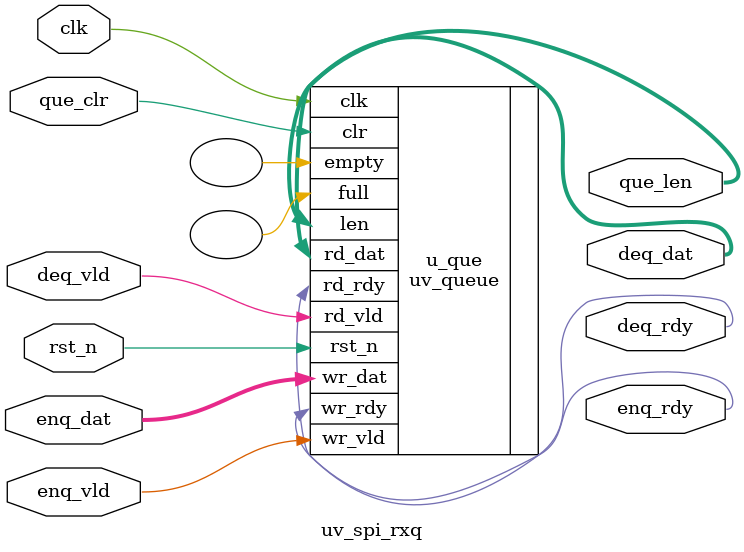
<source format=v>

`timescale 1ns / 1ps

module uv_spi_rxq
#(
    parameter QUE_AW = 3,
    parameter QUE_DP = 2**QUE_AW,
    parameter QUE_DW = 32
)
(
    input                           clk,
    input                           rst_n,

    output                          enq_rdy,
    input                           enq_vld,
    input  [QUE_DW-1:0]             enq_dat,

    output                          deq_rdy,
    input                           deq_vld,
    output [QUE_DW-1:0]             deq_dat,

    input                           que_clr,
    output [QUE_AW:0]               que_len
);

    uv_queue
    #(
        .DAT_WIDTH                  ( QUE_DW            ),
        .PTR_WIDTH                  ( QUE_AW            ),
        .QUE_DEPTH                  ( QUE_DP            ),
        .ZERO_RDLY                  ( 1'b1              ),
    )
    u_que
    (
        .clk                        ( clk               ),
        .rst_n                      ( rst_n             ),

        // Write channel.
        .wr_rdy                     ( enq_rdy           ),
        .wr_vld                     ( enq_vld           ),
        .wr_dat                     ( enq_dat           ),

        // Read channel.
        .rd_rdy                     ( deq_rdy           ),
        .rd_vld                     ( deq_vld           ),
        .rd_dat                     ( deq_dat           ),

        // Control & status.
        .clr                        ( que_clr           ),
        .len                        ( que_len           ),
        .full                       (                   ),
        .empty                      (                   )
    );

endmodule

</source>
